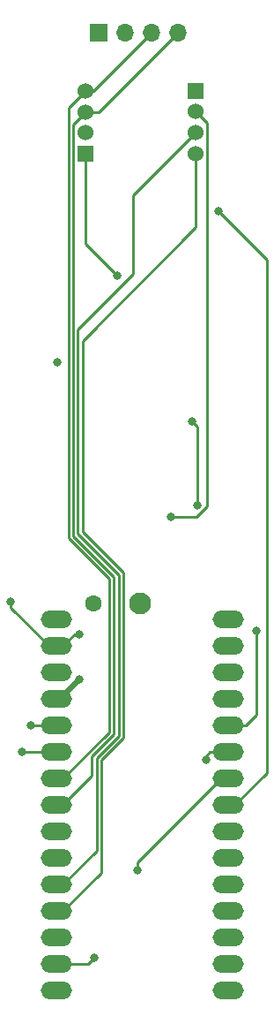
<source format=gbr>
G04 #@! TF.GenerationSoftware,KiCad,Pcbnew,(5.1.0-0)*
G04 #@! TF.CreationDate,2020-02-24T20:35:34+01:00*
G04 #@! TF.ProjectId,pino_brd_v01,70696e6f-5f62-4726-945f-7630312e6b69,rev?*
G04 #@! TF.SameCoordinates,Original*
G04 #@! TF.FileFunction,Copper,L2,Bot*
G04 #@! TF.FilePolarity,Positive*
%FSLAX46Y46*%
G04 Gerber Fmt 4.6, Leading zero omitted, Abs format (unit mm)*
G04 Created by KiCad (PCBNEW (5.1.0-0)) date 2020-02-24 20:35:34*
%MOMM*%
%LPD*%
G04 APERTURE LIST*
%ADD10C,2.100000*%
%ADD11C,1.600000*%
%ADD12O,3.000000X1.700000*%
%ADD13C,1.524000*%
%ADD14R,1.524000X1.524000*%
%ADD15R,1.700000X1.700000*%
%ADD16O,1.700000X1.700000*%
%ADD17C,0.800000*%
%ADD18C,0.500000*%
%ADD19C,0.250000*%
G04 APERTURE END LIST*
D10*
X144930460Y-109024860D03*
D11*
X140430460Y-109024860D03*
D12*
X136847720Y-120698360D03*
X136847720Y-141018360D03*
X136847720Y-135938360D03*
X136847720Y-115618360D03*
X136847720Y-118158360D03*
X136847720Y-146098360D03*
X136847720Y-113078360D03*
X136847720Y-138478360D03*
X136847720Y-123238360D03*
X136847720Y-125778360D03*
X136847720Y-130858360D03*
X136847720Y-133398360D03*
X136847720Y-128318360D03*
X136847720Y-110538360D03*
X136847720Y-143558360D03*
X153357720Y-146098360D03*
X153357720Y-143558360D03*
X153357720Y-141018360D03*
X153357720Y-138478360D03*
X153357720Y-135938360D03*
X153357720Y-133398360D03*
X153357720Y-130858360D03*
X153357720Y-128318360D03*
X153357720Y-125778360D03*
X153357720Y-123238360D03*
X153357720Y-120698360D03*
X153357720Y-118158360D03*
X153357720Y-115618360D03*
X153357720Y-113078360D03*
X153357720Y-110538360D03*
D13*
X150260000Y-65860000D03*
X150260000Y-63860000D03*
X150260000Y-61860000D03*
D14*
X150260000Y-59860000D03*
D13*
X139650000Y-59890000D03*
X139650000Y-61890000D03*
X139650000Y-63890000D03*
D14*
X139650000Y-65890000D03*
D15*
X140926960Y-54307840D03*
D16*
X143466960Y-54307840D03*
X146006960Y-54307840D03*
X148546960Y-54307840D03*
D17*
X139110000Y-116280000D03*
X142720000Y-77590000D03*
X149940000Y-91540000D03*
X150410000Y-99550000D03*
X137000000Y-85830000D03*
X132490000Y-108850000D03*
X139114990Y-111917904D03*
X140520000Y-142940000D03*
X147880000Y-100690000D03*
X144676000Y-134582000D03*
X134389000Y-120698360D03*
X133570000Y-123250000D03*
X156120000Y-111580000D03*
X151249520Y-123941940D03*
X152425540Y-71384260D03*
D18*
X137231640Y-118158360D02*
X139110000Y-116280000D01*
X136847720Y-118158360D02*
X137231640Y-118158360D01*
D19*
X139650000Y-74520000D02*
X139650000Y-65890000D01*
X142720000Y-77590000D02*
X139650000Y-74520000D01*
X150410000Y-92010000D02*
X150410000Y-99550000D01*
X149940000Y-91540000D02*
X150410000Y-92010000D01*
X136197720Y-113078360D02*
X132490000Y-109370640D01*
X132490000Y-109370640D02*
X132490000Y-108850000D01*
X136847720Y-113078360D02*
X136197720Y-113078360D01*
X136847720Y-113078360D02*
X137497720Y-113078360D01*
X138658176Y-111917904D02*
X139114990Y-111917904D01*
X137497720Y-113078360D02*
X138658176Y-111917904D01*
X139901640Y-143558360D02*
X140520000Y-142940000D01*
X136847720Y-143558360D02*
X139901640Y-143558360D01*
X147880000Y-100690000D02*
X150343004Y-100690000D01*
X150343004Y-100690000D02*
X151347001Y-99686003D01*
X151347001Y-62947001D02*
X151021999Y-62621999D01*
X151021999Y-62621999D02*
X150260000Y-61860000D01*
X151347001Y-99686003D02*
X151347001Y-62947001D01*
X144676000Y-133810080D02*
X144676000Y-134582000D01*
X152707720Y-125778360D02*
X144676000Y-133810080D01*
X153357720Y-125778360D02*
X152707720Y-125778360D01*
X134389000Y-120698360D02*
X136847720Y-120698360D01*
X140424800Y-59890000D02*
X139650000Y-59890000D01*
X146006960Y-54307840D02*
X140424800Y-59890000D01*
X140964800Y-61890000D02*
X148546960Y-54307840D01*
X139650000Y-61890000D02*
X140964800Y-61890000D01*
X136836080Y-123250000D02*
X136847720Y-123238360D01*
X133570000Y-123250000D02*
X136836080Y-123250000D01*
X141950000Y-106619233D02*
X141950000Y-121326080D01*
X139650000Y-59890000D02*
X138029970Y-61510030D01*
X141950000Y-121326080D02*
X137497720Y-125778360D01*
X137497720Y-125778360D02*
X136847720Y-125778360D01*
X138029970Y-102699203D02*
X141950000Y-106619233D01*
X138029970Y-61510030D02*
X138029970Y-102699203D01*
X140299976Y-123612514D02*
X140299976Y-125516104D01*
X139086646Y-103119469D02*
X142400011Y-106432833D01*
X139650000Y-61890000D02*
X138479981Y-63060019D01*
X138479981Y-63060019D02*
X138479981Y-102512803D01*
X140299976Y-125516104D02*
X137497720Y-128318360D01*
X142400011Y-121512480D02*
X140299976Y-123612514D01*
X137497720Y-128318360D02*
X136847720Y-128318360D01*
X138479981Y-102512803D02*
X139086646Y-103119469D01*
X142400011Y-106432833D02*
X142400011Y-121512480D01*
X156120000Y-119686080D02*
X156120000Y-111580000D01*
X155107720Y-120698360D02*
X156120000Y-119686080D01*
X153357720Y-120698360D02*
X155107720Y-120698360D01*
X137497720Y-138478360D02*
X136847720Y-138478360D01*
X150260000Y-65860000D02*
X150260000Y-72925009D01*
X139380003Y-102140003D02*
X143300033Y-106060033D01*
X141199998Y-123985313D02*
X141199998Y-134776082D01*
X150260000Y-72925009D02*
X139380003Y-83805006D01*
X139380003Y-83805006D02*
X139380003Y-102140003D01*
X143300033Y-121885280D02*
X141199998Y-123985313D01*
X141199998Y-134776082D02*
X137497720Y-138478360D01*
X143300033Y-106060033D02*
X143300033Y-121885280D01*
X151249520Y-123596560D02*
X151249520Y-123941940D01*
X151607720Y-123238360D02*
X151249520Y-123596560D01*
X153357720Y-123238360D02*
X151607720Y-123238360D01*
X137497720Y-135938360D02*
X136847720Y-135938360D01*
X142850022Y-106246433D02*
X142850022Y-121698880D01*
X138929992Y-82770008D02*
X138929992Y-102326403D01*
X150260000Y-63860000D02*
X144279989Y-69840011D01*
X140749987Y-132686093D02*
X137497720Y-135938360D01*
X144279989Y-69840011D02*
X144279989Y-77420011D01*
X144279989Y-77420011D02*
X138929992Y-82770008D01*
X140749987Y-123798913D02*
X140749987Y-132686093D01*
X138929992Y-102326403D02*
X142850022Y-106246433D01*
X142850022Y-121698880D02*
X140749987Y-123798913D01*
X157086440Y-125239640D02*
X154007720Y-128318360D01*
X152425540Y-71384260D02*
X157086440Y-76045160D01*
X157086440Y-76045160D02*
X157086440Y-125239640D01*
X154007720Y-128318360D02*
X153357720Y-128318360D01*
M02*

</source>
